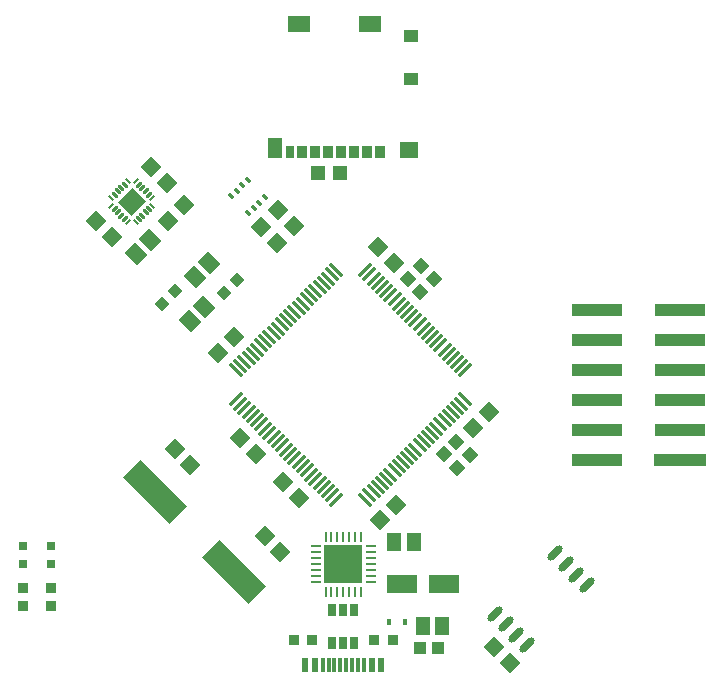
<source format=gbr>
%TF.GenerationSoftware,Altium Limited,Altium Designer,24.2.2 (26)*%
G04 Layer_Color=8421504*
%FSLAX45Y45*%
%MOMM*%
%TF.SameCoordinates,D31C6D6D-B6E9-44EC-8E0F-9CDDCF0E9FEB*%
%TF.FilePolarity,Positive*%
%TF.FileFunction,Paste,Top*%
%TF.Part,Single*%
G01*
G75*
%TA.AperFunction,SMDPad,CuDef*%
%ADD10R,0.90000X0.85000*%
%ADD11R,0.80000X0.80000*%
%ADD12O,0.25000X1.00000*%
%ADD13O,1.00000X0.25000*%
%ADD14R,3.25000X3.25000*%
%ADD15R,4.50000X1.00000*%
%ADD16R,4.32000X1.00000*%
%ADD17P,1.69706X4X180.0*%
%ADD18P,1.69706X4X270.0*%
G04:AMPARAMS|DCode=19|XSize=0.25mm|YSize=0.75mm|CornerRadius=0mm|HoleSize=0mm|Usage=FLASHONLY|Rotation=135.000|XOffset=0mm|YOffset=0mm|HoleType=Round|Shape=Round|*
%AMOVALD19*
21,1,0.50000,0.25000,0.00000,0.00000,225.0*
1,1,0.25000,0.17678,0.17678*
1,1,0.25000,-0.17678,-0.17678*
%
%ADD19OVALD19*%

G04:AMPARAMS|DCode=20|XSize=0.25mm|YSize=0.75mm|CornerRadius=0mm|HoleSize=0mm|Usage=FLASHONLY|Rotation=45.000|XOffset=0mm|YOffset=0mm|HoleType=Round|Shape=Round|*
%AMOVALD20*
21,1,0.50000,0.25000,0.00000,0.00000,135.0*
1,1,0.25000,0.17678,-0.17678*
1,1,0.25000,-0.17678,0.17678*
%
%ADD20OVALD20*%

G04:AMPARAMS|DCode=21|XSize=0.21mm|YSize=0.6mm|CornerRadius=0mm|HoleSize=0mm|Usage=FLASHONLY|Rotation=135.000|XOffset=0mm|YOffset=0mm|HoleType=Round|Shape=Round|*
%AMOVALD21*
21,1,0.39000,0.21000,0.00000,0.00000,225.0*
1,1,0.21000,0.13788,0.13788*
1,1,0.21000,-0.13788,-0.13788*
%
%ADD21OVALD21*%

G04:AMPARAMS|DCode=22|XSize=0.21mm|YSize=0.6mm|CornerRadius=0mm|HoleSize=0mm|Usage=FLASHONLY|Rotation=45.000|XOffset=0mm|YOffset=0mm|HoleType=Round|Shape=Round|*
%AMOVALD22*
21,1,0.39000,0.21000,0.00000,0.00000,135.0*
1,1,0.21000,0.13788,-0.13788*
1,1,0.21000,-0.13788,0.13788*
%
%ADD22OVALD22*%

G04:AMPARAMS|DCode=23|XSize=1.73mm|YSize=1.57mm|CornerRadius=0mm|HoleSize=0mm|Usage=FLASHONLY|Rotation=45.000|XOffset=0mm|YOffset=0mm|HoleType=Round|Shape=Rectangle|*
%AMROTATEDRECTD23*
4,1,4,-0.05657,-1.16673,-1.16673,-0.05657,0.05657,1.16673,1.16673,0.05657,-0.05657,-1.16673,0.0*
%
%ADD23ROTATEDRECTD23*%

G04:AMPARAMS|DCode=24|XSize=5.6mm|YSize=2.1mm|CornerRadius=0mm|HoleSize=0mm|Usage=FLASHONLY|Rotation=315.000|XOffset=0mm|YOffset=0mm|HoleType=Round|Shape=Rectangle|*
%AMROTATEDRECTD24*
4,1,4,-2.72236,1.23744,-1.23744,2.72236,2.72236,-1.23744,1.23744,-2.72236,-2.72236,1.23744,0.0*
%
%ADD24ROTATEDRECTD24*%

G04:AMPARAMS|DCode=25|XSize=1.475mm|YSize=0.3mm|CornerRadius=0mm|HoleSize=0mm|Usage=FLASHONLY|Rotation=135.000|XOffset=0mm|YOffset=0mm|HoleType=Round|Shape=Rectangle|*
%AMROTATEDRECTD25*
4,1,4,0.62756,-0.41543,0.41543,-0.62756,-0.62756,0.41543,-0.41543,0.62756,0.62756,-0.41543,0.0*
%
%ADD25ROTATEDRECTD25*%

G04:AMPARAMS|DCode=26|XSize=1.475mm|YSize=0.3mm|CornerRadius=0mm|HoleSize=0mm|Usage=FLASHONLY|Rotation=45.000|XOffset=0mm|YOffset=0mm|HoleType=Round|Shape=Rectangle|*
%AMROTATEDRECTD26*
4,1,4,-0.41543,-0.62756,-0.62756,-0.41543,0.41543,0.62756,0.62756,0.41543,-0.41543,-0.62756,0.0*
%
%ADD26ROTATEDRECTD26*%

%ADD27R,0.40000X0.50000*%
%ADD28R,0.85000X0.90000*%
%ADD29R,1.30000X1.50000*%
%ADD30R,1.05000X1.00000*%
%ADD31R,0.80000X1.00000*%
%ADD32R,0.60000X1.15000*%
%ADD33R,0.30000X1.15000*%
%ADD34R,2.60000X1.60000*%
G04:AMPARAMS|DCode=35|XSize=1.5mm|YSize=1.3mm|CornerRadius=0mm|HoleSize=0mm|Usage=FLASHONLY|Rotation=135.000|XOffset=0mm|YOffset=0mm|HoleType=Round|Shape=Rectangle|*
%AMROTATEDRECTD35*
4,1,4,0.98995,-0.07071,0.07071,-0.98995,-0.98995,0.07071,-0.07071,0.98995,0.98995,-0.07071,0.0*
%
%ADD35ROTATEDRECTD35*%

G04:AMPARAMS|DCode=36|XSize=0.5mm|YSize=0.35mm|CornerRadius=0mm|HoleSize=0mm|Usage=FLASHONLY|Rotation=135.000|XOffset=0mm|YOffset=0mm|HoleType=Round|Shape=Rectangle|*
%AMROTATEDRECTD36*
4,1,4,0.30052,-0.05303,0.05303,-0.30052,-0.30052,0.05303,-0.05303,0.30052,0.30052,-0.05303,0.0*
%
%ADD36ROTATEDRECTD36*%

G04:AMPARAMS|DCode=37|XSize=1.6mm|YSize=0.6mm|CornerRadius=0mm|HoleSize=0mm|Usage=FLASHONLY|Rotation=225.000|XOffset=0mm|YOffset=0mm|HoleType=Round|Shape=Round|*
%AMOVALD37*
21,1,1.00000,0.60000,0.00000,0.00000,225.0*
1,1,0.60000,0.35355,0.35355*
1,1,0.60000,-0.35355,-0.35355*
%
%ADD37OVALD37*%

%ADD38R,1.20000X1.20000*%
%ADD39R,1.90000X1.35000*%
%ADD40R,1.20000X1.00000*%
%ADD41R,1.55000X1.35000*%
%ADD42R,0.85000X1.10000*%
%ADD43R,0.75000X1.10000*%
%ADD44R,1.17000X1.80000*%
G04:AMPARAMS|DCode=45|XSize=0.9mm|YSize=0.85mm|CornerRadius=0mm|HoleSize=0mm|Usage=FLASHONLY|Rotation=315.000|XOffset=0mm|YOffset=0mm|HoleType=Round|Shape=Rectangle|*
%AMROTATEDRECTD45*
4,1,4,-0.61872,0.01768,-0.01768,0.61872,0.61872,-0.01768,0.01768,-0.61872,-0.61872,0.01768,0.0*
%
%ADD45ROTATEDRECTD45*%

G04:AMPARAMS|DCode=46|XSize=1mm|YSize=1.05mm|CornerRadius=0mm|HoleSize=0mm|Usage=FLASHONLY|Rotation=225.000|XOffset=0mm|YOffset=0mm|HoleType=Round|Shape=Rectangle|*
%AMROTATEDRECTD46*
4,1,4,-0.01768,0.72479,0.72479,-0.01768,0.01768,-0.72479,-0.72479,0.01768,-0.01768,0.72479,0.0*
%
%ADD46ROTATEDRECTD46*%

G04:AMPARAMS|DCode=47|XSize=1mm|YSize=1.05mm|CornerRadius=0mm|HoleSize=0mm|Usage=FLASHONLY|Rotation=135.000|XOffset=0mm|YOffset=0mm|HoleType=Round|Shape=Rectangle|*
%AMROTATEDRECTD47*
4,1,4,0.72479,0.01768,-0.01768,-0.72479,-0.72479,-0.01768,0.01768,0.72479,0.72479,0.01768,0.0*
%
%ADD47ROTATEDRECTD47*%

D10*
X396240Y1304260D02*
D03*
Y1459260D02*
D03*
X637540Y1304260D02*
D03*
Y1459260D02*
D03*
D11*
X396240Y1812360D02*
D03*
Y1662360D02*
D03*
X637540Y1812360D02*
D03*
Y1662360D02*
D03*
D12*
X2961500Y1424850D02*
D03*
X3011500D02*
D03*
X3061500D02*
D03*
X3111500D02*
D03*
X3161500D02*
D03*
X3211500D02*
D03*
X3261500D02*
D03*
Y1889850D02*
D03*
X3211500D02*
D03*
X3161500D02*
D03*
X3111500D02*
D03*
X3061500D02*
D03*
X3011500D02*
D03*
X2961500D02*
D03*
D13*
X3344000Y1507350D02*
D03*
Y1557350D02*
D03*
Y1607350D02*
D03*
Y1657350D02*
D03*
Y1707350D02*
D03*
Y1757350D02*
D03*
Y1807350D02*
D03*
X2879000D02*
D03*
Y1757350D02*
D03*
Y1707350D02*
D03*
Y1657350D02*
D03*
Y1607350D02*
D03*
Y1557350D02*
D03*
Y1507350D02*
D03*
D14*
X3111500Y1657350D02*
D03*
D15*
X5965400Y2540000D02*
D03*
D16*
Y2794000D02*
D03*
Y3048000D02*
D03*
Y3302000D02*
D03*
Y3556000D02*
D03*
Y3810000D02*
D03*
X5261400D02*
D03*
Y3556000D02*
D03*
Y3302000D02*
D03*
Y3048000D02*
D03*
Y2794000D02*
D03*
Y2540000D02*
D03*
D17*
X3539653Y4205627D02*
D03*
X3405303Y4339977D02*
D03*
X2370906Y2588909D02*
D03*
X2236556Y2723259D02*
D03*
X2602672Y2353060D02*
D03*
X2737022Y2218710D02*
D03*
X2418952Y4513974D02*
D03*
X2553302Y4379624D02*
D03*
X2690995Y4517525D02*
D03*
X2556645Y4651875D02*
D03*
X1020193Y4562681D02*
D03*
X1154544Y4428330D02*
D03*
X1487305Y5020175D02*
D03*
X1621655Y4885825D02*
D03*
X4385445Y958715D02*
D03*
X4519795Y824365D02*
D03*
X2579235Y1761625D02*
D03*
X2444885Y1895975D02*
D03*
X1682885Y2632575D02*
D03*
X1817235Y2498225D02*
D03*
D18*
X2187153Y3582024D02*
D03*
X2052803Y3447674D02*
D03*
X3422042Y2027921D02*
D03*
X3556392Y2162271D02*
D03*
X4345259Y2948576D02*
D03*
X4210909Y2814226D02*
D03*
X1760835Y4701453D02*
D03*
X1626485Y4567102D02*
D03*
D19*
X1175843Y4664296D02*
D03*
X1204127Y4636012D02*
D03*
X1232412Y4607727D02*
D03*
X1260696Y4579443D02*
D03*
X1465757Y4784504D02*
D03*
X1437473Y4812788D02*
D03*
X1409188Y4841073D02*
D03*
X1380904Y4869357D02*
D03*
D20*
Y4579443D02*
D03*
X1409188Y4607727D02*
D03*
X1437473Y4636012D02*
D03*
X1465757Y4664296D02*
D03*
X1260696Y4869357D02*
D03*
X1232412Y4841073D02*
D03*
X1204127Y4812788D02*
D03*
X1175843Y4784504D02*
D03*
D21*
X1147559Y4692580D02*
D03*
X1352620Y4897641D02*
D03*
X1494041Y4756220D02*
D03*
X1288980Y4551159D02*
D03*
D22*
X1147559Y4756220D02*
D03*
X1288980Y4897641D02*
D03*
X1494041Y4692580D02*
D03*
X1352620Y4551159D02*
D03*
D23*
X1320800Y4724400D02*
D03*
D24*
X1515784Y2266276D02*
D03*
X2187536Y1594524D02*
D03*
D25*
X2203576Y3297895D02*
D03*
X2238932Y3333251D02*
D03*
X2274287Y3368606D02*
D03*
X2309643Y3403961D02*
D03*
X2344998Y3439317D02*
D03*
X2380353Y3474672D02*
D03*
X2415709Y3510027D02*
D03*
X2451064Y3545383D02*
D03*
X2486419Y3580738D02*
D03*
X2521775Y3616093D02*
D03*
X2557130Y3651449D02*
D03*
X2592486Y3686804D02*
D03*
X2627841Y3722159D02*
D03*
X2663196Y3757514D02*
D03*
X2698551Y3792870D02*
D03*
X2733907Y3828225D02*
D03*
X2769262Y3863581D02*
D03*
X2804617Y3898936D02*
D03*
X2839973Y3934291D02*
D03*
X2875328Y3969647D02*
D03*
X2910683Y4005002D02*
D03*
X2946039Y4040357D02*
D03*
X2981394Y4075713D02*
D03*
X3016749Y4111068D02*
D03*
X3052105Y4146424D02*
D03*
X4146424Y3052105D02*
D03*
X4111068Y3016749D02*
D03*
X4075713Y2981394D02*
D03*
X4040357Y2946039D02*
D03*
X4005002Y2910683D02*
D03*
X3969647Y2875328D02*
D03*
X3934291Y2839973D02*
D03*
X3898936Y2804617D02*
D03*
X3863581Y2769262D02*
D03*
X3828225Y2733907D02*
D03*
X3792870Y2698551D02*
D03*
X3757514Y2663196D02*
D03*
X3722159Y2627841D02*
D03*
X3686804Y2592486D02*
D03*
X3651449Y2557130D02*
D03*
X3616093Y2521775D02*
D03*
X3580738Y2486419D02*
D03*
X3545383Y2451064D02*
D03*
X3510027Y2415709D02*
D03*
X3474672Y2380353D02*
D03*
X3439317Y2344998D02*
D03*
X3403961Y2309643D02*
D03*
X3368606Y2274287D02*
D03*
X3333251Y2238932D02*
D03*
X3297895Y2203576D02*
D03*
D26*
Y4146424D02*
D03*
X3333251Y4111068D02*
D03*
X3368606Y4075713D02*
D03*
X3403961Y4040357D02*
D03*
X3439317Y4005002D02*
D03*
X3474672Y3969647D02*
D03*
X3510027Y3934291D02*
D03*
X3545383Y3898936D02*
D03*
X3580738Y3863581D02*
D03*
X3616093Y3828225D02*
D03*
X3651449Y3792870D02*
D03*
X3686804Y3757514D02*
D03*
X3722159Y3722159D02*
D03*
X3757514Y3686804D02*
D03*
X3792870Y3651449D02*
D03*
X3828225Y3616093D02*
D03*
X3863581Y3580738D02*
D03*
X3898936Y3545383D02*
D03*
X3934291Y3510027D02*
D03*
X3969647Y3474672D02*
D03*
X4005002Y3439317D02*
D03*
X4040357Y3403961D02*
D03*
X4075713Y3368606D02*
D03*
X4111068Y3333251D02*
D03*
X4146424Y3297895D02*
D03*
X3052105Y2203576D02*
D03*
X3016749Y2238932D02*
D03*
X2981394Y2274287D02*
D03*
X2946039Y2309643D02*
D03*
X2910683Y2344998D02*
D03*
X2875328Y2380353D02*
D03*
X2839973Y2415709D02*
D03*
X2804617Y2451064D02*
D03*
X2769262Y2486419D02*
D03*
X2733907Y2521775D02*
D03*
X2698551Y2557130D02*
D03*
X2663196Y2592486D02*
D03*
X2627841Y2627841D02*
D03*
X2592486Y2663196D02*
D03*
X2557130Y2698551D02*
D03*
X2521775Y2733907D02*
D03*
X2486419Y2769262D02*
D03*
X2451064Y2804617D02*
D03*
X2415709Y2839973D02*
D03*
X2380353Y2875328D02*
D03*
X2344998Y2910683D02*
D03*
X2309643Y2946039D02*
D03*
X2274287Y2981394D02*
D03*
X2238932Y3016749D02*
D03*
X2203576Y3052105D02*
D03*
D27*
X3634573Y1170802D02*
D03*
X3494572D02*
D03*
D28*
X2693640Y1018100D02*
D03*
X2848640D02*
D03*
X3529779Y1018069D02*
D03*
X3374779D02*
D03*
D29*
X3948380Y1137920D02*
D03*
X3783380D02*
D03*
X3708669Y1843681D02*
D03*
X3543669D02*
D03*
D30*
X3914714Y950133D02*
D03*
X3764714D02*
D03*
D31*
X3016500Y1267800D02*
D03*
X3111500D02*
D03*
X3206500D02*
D03*
Y992800D02*
D03*
X3111500D02*
D03*
X3016500D02*
D03*
D32*
X2791500Y799800D02*
D03*
X2871500D02*
D03*
X3431500D02*
D03*
X3351500D02*
D03*
D33*
X3286500D02*
D03*
X3036500D02*
D03*
X3086500D02*
D03*
X2936500D02*
D03*
X3236500D02*
D03*
X3186500D02*
D03*
X3136500D02*
D03*
X2986500D02*
D03*
D34*
X3966800Y1488440D02*
D03*
X3606800D02*
D03*
D35*
X1357234Y4282297D02*
D03*
X1473906Y4398969D02*
D03*
X1857060Y4086961D02*
D03*
X1973732Y4203633D02*
D03*
X1934595Y3833998D02*
D03*
X1817922Y3717326D02*
D03*
D36*
X2163682Y4772484D02*
D03*
X2209644Y4818447D02*
D03*
X2255606Y4864408D02*
D03*
X2301568Y4910370D02*
D03*
X2446525Y4765414D02*
D03*
X2400563Y4719452D02*
D03*
X2354601Y4673490D02*
D03*
X2308639Y4627528D02*
D03*
D37*
X5175995Y1479098D02*
D03*
X5086192Y1568900D02*
D03*
X4996390Y1658703D02*
D03*
X4906587Y1748506D02*
D03*
X4397470Y1239388D02*
D03*
X4487273Y1149586D02*
D03*
X4577075Y1059784D02*
D03*
X4666878Y969981D02*
D03*
D38*
X2894580Y4973320D02*
D03*
X3084580D02*
D03*
D39*
X2739250Y6230850D02*
D03*
X3336250D02*
D03*
D40*
X3686250Y5763350D02*
D03*
Y6133350D02*
D03*
D41*
X3668750Y5160850D02*
D03*
D42*
X3422750Y5148350D02*
D03*
X3312750D02*
D03*
X3202750D02*
D03*
X3092750D02*
D03*
X2982750D02*
D03*
X2872750D02*
D03*
X2762750D02*
D03*
D43*
X2657750D02*
D03*
D44*
X2536750Y5183350D02*
D03*
D45*
X1577038Y3858563D02*
D03*
X1686640Y3968164D02*
D03*
X2103563Y3953299D02*
D03*
X2213164Y4062900D02*
D03*
D46*
X3878306Y4075885D02*
D03*
X3772240Y4181951D02*
D03*
X3763779Y3962193D02*
D03*
X3657713Y4068259D02*
D03*
D47*
X4076659Y2472870D02*
D03*
X4182725Y2578936D02*
D03*
X3962707Y2586027D02*
D03*
X4068773Y2692093D02*
D03*
%TF.MD5,abda315ed9507d7251969843c136edcb*%
M02*

</source>
